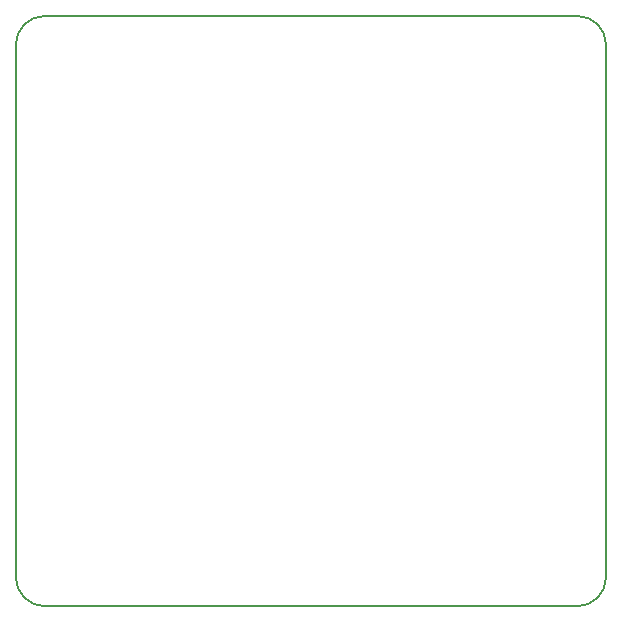
<source format=gbr>
G04 #@! TF.GenerationSoftware,KiCad,Pcbnew,5.0.1*
G04 #@! TF.CreationDate,2018-11-18T18:28:25+01:00*
G04 #@! TF.ProjectId,LED-Cube_MK3,4C45442D437562655F4D4B332E6B6963,rev?*
G04 #@! TF.SameCoordinates,Original*
G04 #@! TF.FileFunction,Profile,NP*
%FSLAX46Y46*%
G04 Gerber Fmt 4.6, Leading zero omitted, Abs format (unit mm)*
G04 Created by KiCad (PCBNEW 5.0.1) date So 18 Nov 2018 18:28:25 CET*
%MOMM*%
%LPD*%
G01*
G04 APERTURE LIST*
%ADD10C,0.150000*%
G04 APERTURE END LIST*
D10*
X20000000Y-17500000D02*
G75*
G02X22500000Y-15000000I2500000J0D01*
G01*
X22500000Y-65000000D02*
G75*
G02X20000000Y-62500000I0J2500000D01*
G01*
X70000000Y-62500000D02*
G75*
G02X67500000Y-65000000I-2500000J0D01*
G01*
X67500000Y-15000000D02*
G75*
G02X70000000Y-17500000I0J-2500000D01*
G01*
X20000000Y-62500000D02*
X20000000Y-17500000D01*
X67500000Y-65000000D02*
X22500000Y-65000000D01*
X70000000Y-17500000D02*
X70000000Y-62500000D01*
X22500000Y-15000000D02*
X67500000Y-15000000D01*
M02*

</source>
